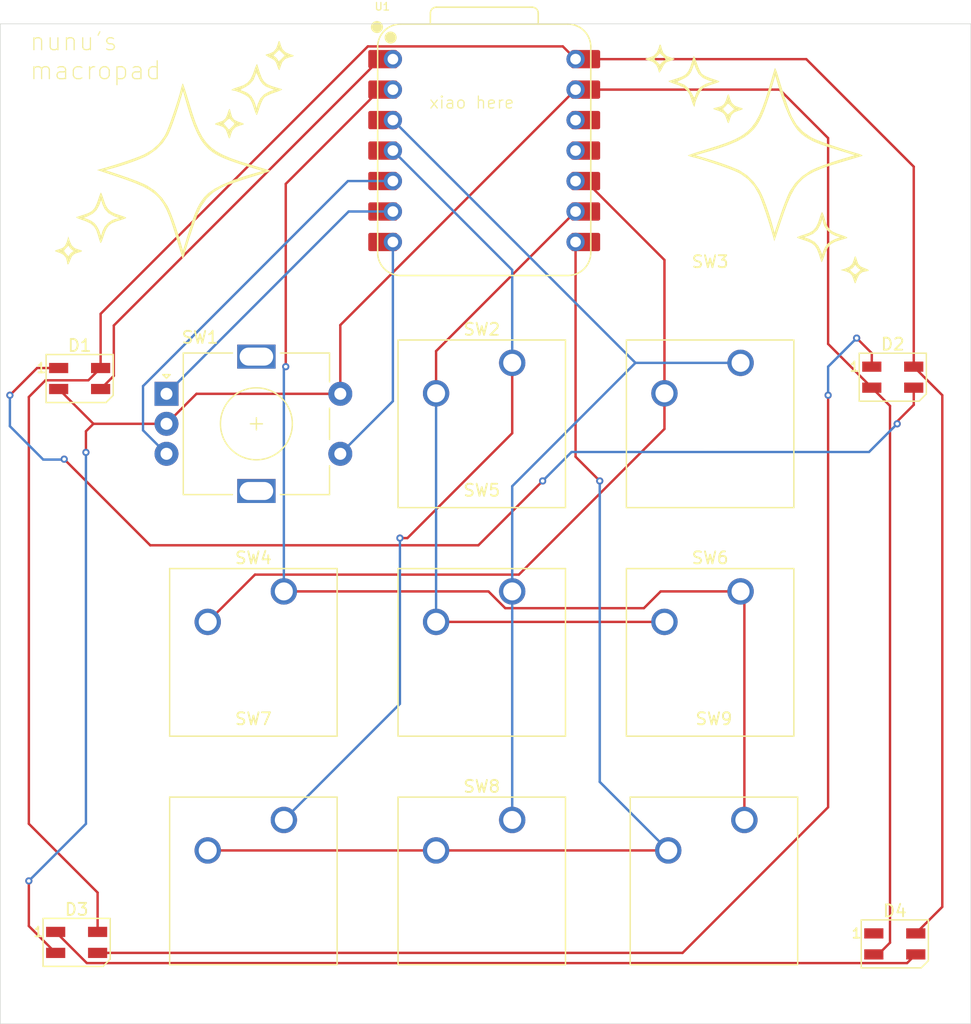
<source format=kicad_pcb>
(kicad_pcb (version 20240108) (generator "pcbnew") (generator_version "8.0")
  (layers (0 "F.Cu" signal) (31 "B.Cu" signal) (34 "B.Paste" user) (35 "F.Paste" user) (36 "B.SilkS" user "B.Silkscreen") (37 "F.SilkS" user "F.Silkscreen") (38 "B.Mask" user) (39 "F.Mask" user) (44 "Edge.Cuts" user))
  (net 0 "")
  (net 1 "+5V")
  (net 2 "Net-(D1-DIN)")
  (net 3 "GND")
  (net 4 "Net-(D1-DOUT)")
  (net 5 "Net-(D2-DOUT)")
  (net 6 "Net-(D3-DOUT)")
  (net 7 "unconnected-(D4-DOUT-Pad1)")
  (net 8 "Net-(U1-GPIO0{slash}TX)")
  (net 9 "Net-(U1-GPIO6{slash}SDA)")
  (net 10 "Net-(U1-GPIO7{slash}SCL)")
  (net 11 "Net-(U1-GPIO29{slash}ADC3{slash}A3)")
  (net 12 "Net-(U1-GPIO2{slash}SCK)")
  (net 13 "Net-(U1-GPIO4{slash}MISO)")
  (net 14 "Net-(U1-GPIO28{slash}ADC2{slash}A2)")
  (net 15 "Net-(U1-GPIO27{slash}ADC1{slash}A1)")
  (net 16 "Net-(U1-GPIO1{slash}RX)")
  (footprint "LED_SMD:LED_SK6812MINI_PLCC4_3.5x3.5mm_P1.75mm" (layer "F.Cu") (at 104.25 101)
    (property "Reference" "D1" (at 0 -2.75 0) (layer "F.SilkS"))
    (property "Value" "SK6812MINI")
    (fp_text user "1" (at -3.2 -0.875 0) (layer "F.SilkS") (effects (font (size 0.8 0.8))))
    (pad "1" smd rect (at -1.75 -0.875) (size 1.6 0.85) (layers "F.Cu" "F.Paste" "F.Mask") (net 4 "Net-(D1-DOUT)"))
    (pad "2" smd rect (at -1.75 0.875) (size 1.6 0.85) (layers "F.Cu" "F.Paste" "F.Mask") (net 3 "GND"))
    (pad "3" smd rect (at 1.75 0.875) (size 1.6 0.85) (layers "F.Cu" "F.Paste" "F.Mask") (net 2 "Net-(D1-DIN)"))
    (pad "4" smd rect (at 1.75 -0.875) (size 1.6 0.85) (layers "F.Cu" "F.Paste" "F.Mask") (net 1 "+5V"))
  )
  (footprint "LED_SMD:LED_SK6812MINI_PLCC4_3.5x3.5mm_P1.75mm" (layer "F.Cu") (at 172.08125 100.8875)
    (property "Reference" "D2" (at 0 -2.75 0) (layer "F.SilkS"))
    (property "Value" "SK6812MINI")
    (fp_text user "1" (at -3.2 -0.875 0) (layer "F.SilkS") (effects (font (size 0.8 0.8))))
    (pad "1" smd rect (at -1.75 -0.875) (size 1.6 0.85) (layers "F.Cu" "F.Paste" "F.Mask") (net 5 "Net-(D2-DOUT)"))
    (pad "2" smd rect (at -1.75 0.875) (size 1.6 0.85) (layers "F.Cu" "F.Paste" "F.Mask") (net 3 "GND"))
    (pad "3" smd rect (at 1.75 0.875) (size 1.6 0.85) (layers "F.Cu" "F.Paste" "F.Mask") (net 4 "Net-(D1-DOUT)"))
    (pad "4" smd rect (at 1.75 -0.875) (size 1.6 0.85) (layers "F.Cu" "F.Paste" "F.Mask") (net 1 "+5V"))
  )
  (footprint "Button_Switch_Keyboard:SW_Cherry_MX_1.00u_PCB" (layer "F.Cu") (at 140.335 118.745)
    (property "Reference" "SW5" (at -2.54 -8.42875 0) (layer "F.SilkS"))
    (property "Value" "SW_Push")
    (pad "" np_thru_hole circle (at -7.62 5.08) (size 1.7 1.7) (drill 1.7) (layers "*.Cu" "*.Mask"))
    (pad "" np_thru_hole circle (at -2.54 5.08) (size 4 4) (drill 4) (layers "*.Cu" "*.Mask"))
    (pad "" np_thru_hole circle (at 2.54 5.08) (size 1.7 1.7) (drill 1.7) (layers "*.Cu" "*.Mask"))
    (pad "1" thru_hole circle (at 0 0) (size 2.2 2.2) (drill 1.5) (layers "*.Cu" "*.Mask") (net 14 "Net-(U1-GPIO28{slash}ADC2{slash}A2)"))
    (pad "2" thru_hole circle (at -6.35 2.54) (size 2.2 2.2) (drill 1.5) (layers "*.Cu" "*.Mask") (net 12 "Net-(U1-GPIO2{slash}SCK)"))
  )
  (footprint "Button_Switch_Keyboard:SW_Cherry_MX_1.00u_PCB" (layer "F.Cu") (at 140.335 137.795)
    (property "Reference" "SW8" (at -2.54 -2.794 0) (layer "F.SilkS"))
    (property "Value" "SW_Push")
    (pad "" np_thru_hole circle (at -7.62 5.08) (size 1.7 1.7) (drill 1.7) (layers "*.Cu" "*.Mask"))
    (pad "" np_thru_hole circle (at -2.54 5.08) (size 4 4) (drill 4) (layers "*.Cu" "*.Mask"))
    (pad "" np_thru_hole circle (at 2.54 5.08) (size 1.7 1.7) (drill 1.7) (layers "*.Cu" "*.Mask"))
    (pad "1" thru_hole circle (at 0 0) (size 2.2 2.2) (drill 1.5) (layers "*.Cu" "*.Mask") (net 14 "Net-(U1-GPIO28{slash}ADC2{slash}A2)"))
    (pad "2" thru_hole circle (at -6.35 2.54) (size 2.2 2.2) (drill 1.5) (layers "*.Cu" "*.Mask") (net 16 "Net-(U1-GPIO1{slash}RX)"))
  )
  (footprint "LED_SMD:LED_SK6812MINI_PLCC4_3.5x3.5mm_P1.75mm" (layer "F.Cu") (at 172.25 148.125)
    (property "Reference" "D4" (at 0 -2.75 0) (layer "F.SilkS"))
    (property "Value" "SK6812MINI")
    (fp_text user "1" (at -3.2 -0.875 0) (layer "F.SilkS") (effects (font (size 0.8 0.8))))
    (pad "1" smd rect (at -1.75 -0.875) (size 1.6 0.85) (layers "F.Cu" "F.Paste" "F.Mask") (net 7 "unconnected-(D4-DOUT-Pad1)"))
    (pad "2" smd rect (at -1.75 0.875) (size 1.6 0.85) (layers "F.Cu" "F.Paste" "F.Mask") (net 3 "GND"))
    (pad "3" smd rect (at 1.75 0.875) (size 1.6 0.85) (layers "F.Cu" "F.Paste" "F.Mask") (net 6 "Net-(D3-DOUT)"))
    (pad "4" smd rect (at 1.75 -0.875) (size 1.6 0.85) (layers "F.Cu" "F.Paste" "F.Mask") (net 1 "+5V"))
  )
  (footprint "LOGO" (layer "F.Cu") (at 161.925 83.34375)
    (property "Reference" "G***" (hide yes))
    (property "Value" "LOGO" (hide yes))
  )
  (footprint "Button_Switch_Keyboard:SW_Cherry_MX_1.00u_PCB" (layer "F.Cu") (at 121.285 118.745)
    (property "Reference" "SW4" (at -2.54 -2.794 0) (layer "F.SilkS"))
    (property "Value" "SW_Push")
    (pad "" np_thru_hole circle (at -7.62 5.08) (size 1.7 1.7) (drill 1.7) (layers "*.Cu" "*.Mask"))
    (pad "" np_thru_hole circle (at -2.54 5.08) (size 4 4) (drill 4) (layers "*.Cu" "*.Mask"))
    (pad "" np_thru_hole circle (at 2.54 5.08) (size 1.7 1.7) (drill 1.7) (layers "*.Cu" "*.Mask"))
    (pad "1" thru_hole circle (at 0 0) (size 2.2 2.2) (drill 1.5) (layers "*.Cu" "*.Mask") (net 15 "Net-(U1-GPIO27{slash}ADC1{slash}A1)"))
    (pad "2" thru_hole circle (at -6.35 2.54) (size 2.2 2.2) (drill 1.5) (layers "*.Cu" "*.Mask") (net 13 "Net-(U1-GPIO4{slash}MISO)"))
  )
  (footprint "Button_Switch_Keyboard:SW_Cherry_MX_1.00u_PCB" (layer "F.Cu") (at 159.7025 137.795)
    (property "Reference" "SW9" (at -2.54 -8.42875 0) (layer "F.SilkS"))
    (property "Value" "SW_Push")
    (pad "" np_thru_hole circle (at -7.62 5.08) (size 1.7 1.7) (drill 1.7) (layers "*.Cu" "*.Mask"))
    (pad "" np_thru_hole circle (at -2.54 5.08) (size 4 4) (drill 4) (layers "*.Cu" "*.Mask"))
    (pad "" np_thru_hole circle (at 2.54 5.08) (size 1.7 1.7) (drill 1.7) (layers "*.Cu" "*.Mask"))
    (pad "1" thru_hole circle (at 0 0) (size 2.2 2.2) (drill 1.5) (layers "*.Cu" "*.Mask") (net 15 "Net-(U1-GPIO27{slash}ADC1{slash}A1)"))
    (pad "2" thru_hole circle (at -6.35 2.54) (size 2.2 2.2) (drill 1.5) (layers "*.Cu" "*.Mask") (net 16 "Net-(U1-GPIO1{slash}RX)"))
  )
  (footprint "Rotary_Encoder:RotaryEncoder_Alps_EC11E-Switch_Vertical_H20mm" (layer "F.Cu") (at 111.495 102.275)
    (property "Reference" "SW1" (at 2.8 -4.7 0) (layer "F.SilkS"))
    (property "Value" "RotaryEncoder_Switch")
    (pad "A" thru_hole rect (at 0 0) (size 2 2) (drill 1) (layers "*.Cu" "*.Mask") (net 10 "Net-(U1-GPIO7{slash}SCL)"))
    (pad "B" thru_hole circle (at 0 5) (size 2 2) (drill 1) (layers "*.Cu" "*.Mask") (net 9 "Net-(U1-GPIO6{slash}SDA)"))
    (pad "C" thru_hole circle (at 0 2.5) (size 2 2) (drill 1) (layers "*.Cu" "*.Mask") (net 3 "GND"))
    (pad "MP" thru_hole rect (at 7.5 -3.1) (size 3.2 2) (drill oval 2.8 1.5) (layers "*.Cu" "*.Mask"))
    (pad "MP" thru_hole rect (at 7.5 8.1) (size 3.2 2) (drill oval 2.8 1.5) (layers "*.Cu" "*.Mask"))
    (pad "S1" thru_hole circle (at 14.5 5) (size 2 2) (drill 1) (layers "*.Cu" "*.Mask") (net 8 "Net-(U1-GPIO0{slash}TX)"))
    (pad "S2" thru_hole circle (at 14.5 0) (size 2 2) (drill 1) (layers "*.Cu" "*.Mask") (net 3 "GND"))
  )
  (footprint "Button_Switch_Keyboard:SW_Cherry_MX_1.00u_PCB" (layer "F.Cu") (at 121.285 137.795)
    (property "Reference" "SW7" (at -2.54 -8.42875 0) (layer "F.SilkS"))
    (property "Value" "SW_Push")
    (pad "" np_thru_hole circle (at -7.62 5.08) (size 1.7 1.7) (drill 1.7) (layers "*.Cu" "*.Mask"))
    (pad "" np_thru_hole circle (at -2.54 5.08) (size 4 4) (drill 4) (layers "*.Cu" "*.Mask"))
    (pad "" np_thru_hole circle (at 2.54 5.08) (size 1.7 1.7) (drill 1.7) (layers "*.Cu" "*.Mask"))
    (pad "1" thru_hole circle (at 0 0) (size 2.2 2.2) (drill 1.5) (layers "*.Cu" "*.Mask") (net 11 "Net-(U1-GPIO29{slash}ADC3{slash}A3)"))
    (pad "2" thru_hole circle (at -6.35 2.54) (size 2.2 2.2) (drill 1.5) (layers "*.Cu" "*.Mask") (net 16 "Net-(U1-GPIO1{slash}RX)"))
  )
  (footprint "Button_Switch_Keyboard:SW_Cherry_MX_1.00u_PCB" (layer "F.Cu") (at 140.335 99.695)
    (property "Reference" "SW2" (at -2.54 -2.794 0) (layer "F.SilkS"))
    (property "Value" "SW_Push")
    (pad "" np_thru_hole circle (at -7.62 5.08) (size 1.7 1.7) (drill 1.7) (layers "*.Cu" "*.Mask"))
    (pad "" np_thru_hole circle (at -2.54 5.08) (size 4 4) (drill 4) (layers "*.Cu" "*.Mask"))
    (pad "" np_thru_hole circle (at 2.54 5.08) (size 1.7 1.7) (drill 1.7) (layers "*.Cu" "*.Mask"))
    (pad "1" thru_hole circle (at 0 0) (size 2.2 2.2) (drill 1.5) (layers "*.Cu" "*.Mask") (net 11 "Net-(U1-GPIO29{slash}ADC3{slash}A3)"))
    (pad "2" thru_hole circle (at -6.35 2.54) (size 2.2 2.2) (drill 1.5) (layers "*.Cu" "*.Mask") (net 12 "Net-(U1-GPIO2{slash}SCK)"))
  )
  (footprint "Button_Switch_Keyboard:SW_Cherry_MX_1.00u_PCB" (layer "F.Cu") (at 159.385 118.745)
    (property "Reference" "SW6" (at -2.54 -2.794 0) (layer "F.SilkS"))
    (property "Value" "SW_Push")
    (pad "" np_thru_hole circle (at -7.62 5.08) (size 1.7 1.7) (drill 1.7) (layers "*.Cu" "*.Mask"))
    (pad "" np_thru_hole circle (at -2.54 5.08) (size 4 4) (drill 4) (layers "*.Cu" "*.Mask"))
    (pad "" np_thru_hole circle (at 2.54 5.08) (size 1.7 1.7) (drill 1.7) (layers "*.Cu" "*.Mask"))
    (pad "1" thru_hole circle (at 0 0) (size 2.2 2.2) (drill 1.5) (layers "*.Cu" "*.Mask") (net 15 "Net-(U1-GPIO27{slash}ADC1{slash}A1)"))
    (pad "2" thru_hole circle (at -6.35 2.54) (size 2.2 2.2) (drill 1.5) (layers "*.Cu" "*.Mask") (net 12 "Net-(U1-GPIO2{slash}SCK)"))
  )
  (footprint "LED_SMD:LED_SK6812MINI_PLCC4_3.5x3.5mm_P1.75mm" (layer "F.Cu") (at 104 148)
    (property "Reference" "D3" (at 0 -2.75 0) (layer "F.SilkS"))
    (property "Value" "SK6812MINI")
    (fp_text user "1" (at -3.2 -0.875 0) (layer "F.SilkS") (effects (font (size 0.8 0.8))))
    (pad "1" smd rect (at -1.75 -0.875) (size 1.6 0.85) (layers "F.Cu" "F.Paste" "F.Mask") (net 6 "Net-(D3-DOUT)"))
    (pad "2" smd rect (at -1.75 0.875) (size 1.6 0.85) (layers "F.Cu" "F.Paste" "F.Mask") (net 3 "GND"))
    (pad "3" smd rect (at 1.75 0.875) (size 1.6 0.85) (layers "F.Cu" "F.Paste" "F.Mask") (net 5 "Net-(D2-DOUT)"))
    (pad "4" smd rect (at 1.75 -0.875) (size 1.6 0.85) (layers "F.Cu" "F.Paste" "F.Mask") (net 1 "+5V"))
  )
  (footprint "LOGO" (layer "F.Cu") (at 111.91875 83.34375 -90)
    (property "Reference" "G***" (hide yes))
    (property "Value" "LOGO" (hide yes))
  )
  (footprint "Seeed Studio XIAO Series Library:XIAO-RP2040-DIP" (layer "F.Cu") (at 138 82)
    (property "Reference" "U1" (at -8.5 -12 0) (layer "F.SilkS") (effects (font (size 0.635 0.635) (thickness 0.1016))))
    (property "Value" "XIAO-RP2040-DIP")
    (pad "1" smd roundrect (at -8.455 -7.62 180) (size 2.432 1.524) (layers "F.Cu" "F.Mask") (roundrect_rratio 0.1) (net 2 "Net-(D1-DIN)"))
    (pad "1" thru_hole circle (at -7.62 -7.62 180) (size 1.524 1.524) (drill 0.889) (layers "*.Cu" "*.Mask") (net 2 "Net-(D1-DIN)"))
    (pad "2" smd roundrect (at -8.455 -5.08 180) (size 2.432 1.524) (layers "F.Cu" "F.Mask") (roundrect_rratio 0.1) (net 15 "Net-(U1-GPIO27{slash}ADC1{slash}A1)"))
    (pad "2" thru_hole circle (at -7.62 -5.08 180) (size 1.524 1.524) (drill 0.889) (layers "*.Cu" "*.Mask") (net 15 "Net-(U1-GPIO27{slash}ADC1{slash}A1)"))
    (pad "3" smd roundrect (at -8.455 -2.54 180) (size 2.432 1.524) (layers "F.Cu" "F.Mask") (roundrect_rratio 0.1) (net 14 "Net-(U1-GPIO28{slash}ADC2{slash}A2)"))
    (pad "3" thru_hole circle (at -7.62 -2.54 180) (size 1.524 1.524) (drill 0.889) (layers "*.Cu" "*.Mask") (net 14 "Net-(U1-GPIO28{slash}ADC2{slash}A2)"))
    (pad "4" smd roundrect (at -8.455 0 180) (size 2.432 1.524) (layers "F.Cu" "F.Mask") (roundrect_rratio 0.1) (net 11 "Net-(U1-GPIO29{slash}ADC3{slash}A3)"))
    (pad "4" thru_hole circle (at -7.62 0 180) (size 1.524 1.524) (drill 0.889) (layers "*.Cu" "*.Mask") (net 11 "Net-(U1-GPIO29{slash}ADC3{slash}A3)"))
    (pad "5" smd roundrect (at -8.455 2.54 180) (size 2.432 1.524) (layers "F.Cu" "F.Mask") (roundrect_rratio 0.1) (net 9 "Net-(U1-GPIO6{slash}SDA)"))
    (pad "5" thru_hole circle (at -7.62 2.54 180) (size 1.524 1.524) (drill 0.889) (layers "*.Cu" "*.Mask") (net 9 "Net-(U1-GPIO6{slash}SDA)"))
    (pad "6" smd roundrect (at -8.455 5.08 180) (size 2.432 1.524) (layers "F.Cu" "F.Mask") (roundrect_rratio 0.1) (net 10 "Net-(U1-GPIO7{slash}SCL)"))
    (pad "6" thru_hole circle (at -7.62 5.08 180) (size 1.524 1.524) (drill 0.889) (layers "*.Cu" "*.Mask") (net 10 "Net-(U1-GPIO7{slash}SCL)"))
    (pad "7" smd roundrect (at -8.455 7.62 180) (size 2.432 1.524) (layers "F.Cu" "F.Mask") (roundrect_rratio 0.1) (net 8 "Net-(U1-GPIO0{slash}TX)"))
    (pad "7" thru_hole circle (at -7.62 7.62 180) (size 1.524 1.524) (drill 0.889) (layers "*.Cu" "*.Mask") (net 8 "Net-(U1-GPIO0{slash}TX)"))
    (pad "8" thru_hole circle (at 7.62 7.62) (size 1.524 1.524) (drill 0.889) (layers "*.Cu" "*.Mask") (net 16 "Net-(U1-GPIO1{slash}RX)"))
    (pad "8" smd roundrect (at 8.455 7.62) (size 2.432 1.524) (layers "F.Cu" "F.Mask") (roundrect_rratio 0.1) (net 16 "Net-(U1-GPIO1{slash}RX)"))
    (pad "9" thru_hole circle (at 7.62 5.08) (size 1.524 1.524) (drill 0.889) (layers "*.Cu" "*.Mask") (net 12 "Net-(U1-GPIO2{slash}SCK)"))
    (pad "9" smd roundrect (at 8.455 5.08) (size 2.432 1.524) (layers "F.Cu" "F.Mask") (roundrect_rratio 0.1) (net 12 "Net-(U1-GPIO2{slash}SCK)"))
    (pad "10" thru_hole circle (at 7.62 2.54) (size 1.524 1.524) (drill 0.889) (layers "*.Cu" "*.Mask") (net 13 "Net-(U1-GPIO4{slash}MISO)"))
    (pad "10" smd roundrect (at 8.455 2.54) (size 2.432 1.524) (layers "F.Cu" "F.Mask") (roundrect_rratio 0.1) (net 13 "Net-(U1-GPIO4{slash}MISO)"))
    (pad "11" thru_hole circle (at 7.62 0) (size 1.524 1.524) (drill 0.889) (layers "*.Cu" "*.Mask"))
    (pad "11" smd roundrect (at 8.455 0) (size 2.432 1.524) (layers "F.Cu" "F.Mask") (roundrect_rratio 0.1))
    (pad "12" thru_hole circle (at 7.62 -2.54) (size 1.524 1.524) (drill 0.889) (layers "*.Cu" "*.Mask"))
    (pad "12" smd roundrect (at 8.455 -2.54) (size 2.432 1.524) (layers "F.Cu" "F.Mask") (roundrect_rratio 0.1))
    (pad "13" thru_hole circle (at 7.62 -5.08) (size 1.524 1.524) (drill 0.889) (layers "*.Cu" "*.Mask") (net 3 "GND"))
    (pad "13" smd roundrect (at 8.455 -5.08) (size 2.432 1.524) (layers "F.Cu" "F.Mask") (roundrect_rratio 0.1) (net 3 "GND"))
    (pad "14" thru_hole circle (at 7.62 -7.62) (size 1.524 1.524) (drill 0.889) (layers "*.Cu" "*.Mask") (net 1 "+5V"))
    (pad "14" smd roundrect (at 8.455 -7.62) (size 2.432 1.524) (layers "F.Cu" "F.Mask") (roundrect_rratio 0.1) (net 1 "+5V"))
  )
  (footprint "Button_Switch_Keyboard:SW_Cherry_MX_1.00u_PCB" (layer "F.Cu") (at 159.385 99.695)
    (property "Reference" "SW3" (at -2.54 -8.42875 0) (layer "F.SilkS"))
    (property "Value" "SW_Push")
    (pad "" np_thru_hole circle (at -7.62 5.08) (size 1.7 1.7) (drill 1.7) (layers "*.Cu" "*.Mask"))
    (pad "" np_thru_hole circle (at -2.54 5.08) (size 4 4) (drill 4) (layers "*.Cu" "*.Mask"))
    (pad "" np_thru_hole circle (at 2.54 5.08) (size 1.7 1.7) (drill 1.7) (layers "*.Cu" "*.Mask"))
    (pad "1" thru_hole circle (at 0 0) (size 2.2 2.2) (drill 1.5) (layers "*.Cu" "*.Mask") (net 14 "Net-(U1-GPIO28{slash}ADC2{slash}A2)"))
    (pad "2" thru_hole circle (at -6.35 2.54) (size 2.2 2.2) (drill 1.5) (layers "*.Cu" "*.Mask") (net 13 "Net-(U1-GPIO4{slash}MISO)"))
  )
  (gr_rect (start 97.63125 71.4375) (end 178.59375 154.78125) (stroke (width 0.05)) (fill none) (layer "Edge.Cuts"))
  (gr_text "nunu's\nmacropad" (at 100.0125 76.2 0) (layer "F.SilkS") (effects (font (size 1.5 1.5) (thickness 0.1)) (justify left bottom)))
  (gr_text "xiao here" (at 133.35 78.58125 0) (layer "F.SilkS") (effects (font (size 1 1) (thickness 0.1)) (justify left bottom)))
  (segment (start 144.558 73.318) (end 145.62 74.38) (width 0.2) (layer "F.Cu") (net 1))
  (segment (start 176.2125 102.39375) (end 173.83125 100.0125) (width 0.2) (layer "F.Cu") (net 1))
  (segment (start 106 100.125) (end 106 95.607786) (width 0.2) (layer "F.Cu") (net 1))
  (segment (start 164.8675 74.38) (end 145.62 74.38) (width 0.2) (layer "F.Cu") (net 1))
  (segment (start 105.75 147.125) (end 105.75 143.85) (width 0.2) (layer "F.Cu") (net 1))
  (segment (start 106 100.125) (end 104.975 101.15) (width 0.2) (layer "F.Cu") (net 1))
  (segment (start 104.975 101.15) (end 101.4 101.15) (width 0.2) (layer "F.Cu") (net 1))
  (segment (start 101.4 101.15) (end 100.0125 102.5375) (width 0.2) (layer "F.Cu") (net 1))
  (segment (start 173.83125 83.34375) (end 164.8675 74.38) (width 0.2) (layer "F.Cu") (net 1))
  (segment (start 105.75 143.85) (end 100.0125 138.1125) (width 0.2) (layer "F.Cu") (net 1))
  (segment (start 128.289786 73.318) (end 144.558 73.318) (width 0.2) (layer "F.Cu") (net 1))
  (segment (start 106 95.607786) (end 128.289786 73.318) (width 0.2) (layer "F.Cu") (net 1))
  (segment (start 174 147.25) (end 176.2125 145.0375) (width 0.2) (layer "F.Cu") (net 1))
  (segment (start 176.2125 145.0375) (end 176.2125 102.39375) (width 0.2) (layer "F.Cu") (net 1))
  (segment (start 100.0125 102.5375) (end 100.0125 138.1125) (width 0.2) (layer "F.Cu") (net 1))
  (segment (start 173.83125 100.0125) (end 173.83125 83.34375) (width 0.2) (layer "F.Cu") (net 1))
  (segment (start 129.30237 74.38) (end 107.1 96.58237) (width 0.2) (layer "F.Cu") (net 2))
  (segment (start 107.1 100.775) (end 106 101.875) (width 0.2) (layer "F.Cu") (net 2))
  (segment (start 130.38 74.38) (end 129.30237 74.38) (width 0.2) (layer "F.Cu") (net 2))
  (segment (start 107.1 96.58237) (end 107.1 100.775) (width 0.2) (layer "F.Cu") (net 2))
  (segment (start 104.775 105.4) (end 105.4 104.775) (width 0.2) (layer "F.Cu") (net 3))
  (segment (start 145.62 76.92) (end 125.995 96.545) (width 0.2) (layer "F.Cu") (net 3))
  (segment (start 171.85 148.025) (end 171.85 103.28125) (width 0.2) (layer "F.Cu") (net 3))
  (segment (start 166.6875 80.9625) (end 166.6875 98.11875) (width 0.2) (layer "F.Cu") (net 3))
  (segment (start 113.995 102.275) (end 111.495 104.775) (width 0.2) (layer "F.Cu") (net 3))
  (segment (start 170.5 149) (end 170.875 149) (width 0.2) (layer "F.Cu") (net 3))
  (segment (start 104.775 107.15625) (end 104.775 105.4) (width 0.2) (layer "F.Cu") (net 3))
  (segment (start 125.995 96.545) (end 125.995 102.275) (width 0.2) (layer "F.Cu") (net 3))
  (segment (start 125.995 102.275) (end 113.995 102.275) (width 0.2) (layer "F.Cu") (net 3))
  (segment (start 171.85 103.28125) (end 170.33125 101.7625) (width 0.2) (layer "F.Cu") (net 3))
  (segment (start 166.6875 98.11875) (end 170.33125 101.7625) (width 0.2) (layer "F.Cu") (net 3))
  (segment (start 102.25 148.875) (end 100.0125 146.6375) (width 0.2) (layer "F.Cu") (net 3))
  (segment (start 145.62 76.92) (end 162.645 76.92) (width 0.2) (layer "F.Cu") (net 3))
  (segment (start 162.645 76.92) (end 166.6875 80.9625) (width 0.2) (layer "F.Cu") (net 3))
  (segment (start 105.4 104.775) (end 102.5 101.875) (width 0.2) (layer "F.Cu") (net 3))
  (segment (start 100.0125 146.6375) (end 100.0125 142.875) (width 0.2) (layer "F.Cu") (net 3))
  (segment (start 111.495 104.775) (end 105.4 104.775) (width 0.2) (layer "F.Cu") (net 3))
  (segment (start 170.875 149) (end 171.85 148.025) (width 0.2) (layer "F.Cu") (net 3))
  (via (at 100.0125 142.875) (size 0.6) (drill 0.3) (layers "F.Cu" "B.Cu") (net 3))
  (via (at 104.775 107.15625) (size 0.6) (drill 0.3) (layers "F.Cu" "B.Cu") (net 3))
  (segment (start 104.775 138.1125) (end 104.775 107.15625) (width 0.2) (layer "B.Cu") (net 3))
  (segment (start 100.0125 142.875) (end 104.775 138.1125) (width 0.2) (layer "B.Cu") (net 3))
  (segment (start 172.25 104.775) (end 172.45 104.775) (width 0.2) (layer "F.Cu") (net 4))
  (segment (start 173.83125 103.19375) (end 172.25 104.775) (width 0.2) (layer "F.Cu") (net 4))
  (segment (start 98.43125 102.39375) (end 100.7 100.125) (width 0.2) (layer "F.Cu") (net 4))
  (segment (start 173.83125 101.7625) (end 173.83125 103.19375) (width 0.2) (layer "F.Cu") (net 4))
  (segment (start 137.5125 114.9) (end 110.1375 114.9) (width 0.2) (layer "F.Cu") (net 4))
  (segment (start 142.875 109.5375) (end 137.5125 114.9) (width 0.2) (layer "F.Cu") (net 4))
  (segment (start 100.7 100.125) (end 102.5 100.125) (width 0.2) (layer "F.Cu") (net 4))
  (segment (start 110.1375 114.9) (end 102.959437 107.721937) (width 0.2) (layer "F.Cu") (net 4))
  (via (at 98.43125 102.39375) (size 0.6) (drill 0.3) (layers "F.Cu" "B.Cu") (net 4))
  (via (at 142.875 109.5375) (size 0.6) (drill 0.3) (layers "F.Cu" "B.Cu") (net 4))
  (via (at 172.45 104.775) (size 0.6) (drill 0.3) (layers "F.Cu" "B.Cu") (net 4))
  (via (at 102.959437 107.721937) (size 0.6) (drill 0.3) (layers "F.Cu" "B.Cu") (net 4))
  (segment (start 170.1 107.125) (end 145.2875 107.125) (width 0.2) (layer "B.Cu") (net 4))
  (segment (start 102.959437 107.721937) (end 102.925124 107.75625) (width 0.2) (layer "B.Cu") (net 4))
  (segment (start 98.43125 104.975) (end 98.43125 102.39375) (width 0.2) (layer "B.Cu") (net 4))
  (segment (start 102.925124 107.75625) (end 101.2125 107.75625) (width 0.2) (layer "B.Cu") (net 4))
  (segment (start 172.45 104.775) (end 170.1 107.125) (width 0.2) (layer "B.Cu") (net 4))
  (segment (start 101.2125 107.75625) (end 98.43125 104.975) (width 0.2) (layer "B.Cu") (net 4))
  (segment (start 145.2875 107.125) (end 142.875 109.5375) (width 0.2) (layer "B.Cu") (net 4))
  (segment (start 169.06875 97.63125) (end 170.33125 98.89375) (width 0.2) (layer "F.Cu") (net 5))
  (segment (start 105.75 148.875) (end 154.545444 148.875) (width 0.2) (layer "F.Cu") (net 5))
  (segment (start 166.6875 136.732944) (end 166.6875 102.39375) (width 0.2) (layer "F.Cu") (net 5))
  (segment (start 170.33125 98.89375) (end 170.33125 100.0125) (width 0.2) (layer "F.Cu") (net 5))
  (segment (start 154.545444 148.875) (end 166.6875 136.732944) (width 0.2) (layer "F.Cu") (net 5))
  (via (at 166.6875 102.39375) (size 0.6) (drill 0.3) (layers "F.Cu" "B.Cu") (net 5))
  (via (at 169.06875 97.63125) (size 0.6) (drill 0.3) (layers "F.Cu" "B.Cu") (net 5))
  (segment (start 166.6875 100.0125) (end 169.06875 97.63125) (width 0.2) (layer "B.Cu") (net 5))
  (segment (start 166.6875 102.39375) (end 166.6875 100.0125) (width 0.2) (layer "B.Cu") (net 5))
  (segment (start 174 149) (end 173.275 149.725) (width 0.2) (layer "F.Cu") (net 6))
  (segment (start 104.85 149.725) (end 102.25 147.125) (width 0.2) (layer "F.Cu") (net 6))
  (segment (start 173.275 149.725) (end 104.85 149.725) (width 0.2) (layer "F.Cu") (net 6))
  (segment (start 170.5 147.25) (end 171.0625 147.25) (width 0.2) (layer "F.Cu") (net 7))
  (segment (start 130.38 102.89) (end 125.995 107.275) (width 0.2) (layer "B.Cu") (net 8))
  (segment (start 130.38 89.62) (end 130.38 102.89) (width 0.2) (layer "B.Cu") (net 8))
  (segment (start 126.63 84.54) (end 109.5375 101.6325) (width 0.2) (layer "B.Cu") (net 9))
  (segment (start 130.38 84.54) (end 126.63 84.54) (width 0.2) (layer "B.Cu") (net 9))
  (segment (start 109.5375 101.6325) (end 109.5375 105.3175) (width 0.2) (layer "B.Cu") (net 9))
  (segment (start 109.5375 105.3175) (end 111.495 107.275) (width 0.2) (layer "B.Cu") (net 9))
  (segment (start 130.38 87.08) (end 126.69 87.08) (width 0.2) (layer "B.Cu") (net 10))
  (segment (start 126.69 87.08) (end 111.495 102.275) (width 0.2) (layer "B.Cu") (net 10))
  (segment (start 140.335 99.695) (end 140.335 105.558402) (width 0.2) (layer "F.Cu") (net 11))
  (segment (start 131.593402 114.3) (end 130.96875 114.3) (width 0.2) (layer "F.Cu") (net 11))
  (segment (start 140.335 105.558402) (end 131.593402 114.3) (width 0.2) (layer "F.Cu") (net 11))
  (via (at 130.96875 114.3) (size 0.6) (drill 0.3) (layers "F.Cu" "B.Cu") (net 11))
  (segment (start 130.96875 114.3) (end 130.96875 128.11125) (width 0.2) (layer "B.Cu") (net 11))
  (segment (start 140.335 91.955) (end 140.335 99.695) (width 0.2) (layer "B.Cu") (net 11))
  (segment (start 130.96875 128.11125) (end 121.285 137.795) (width 0.2) (layer "B.Cu") (net 11))
  (segment (start 130.38 82) (end 140.335 91.955) (width 0.2) (layer "B.Cu") (net 11))
  (segment (start 145.62 87.08) (end 133.985 98.715) (width 0.2) (layer "F.Cu") (net 12))
  (segment (start 133.985 121.285) (end 153.035 121.285) (width 0.2) (layer "F.Cu") (net 12))
  (segment (start 133.985 98.715) (end 133.985 102.235) (width 0.2) (layer "F.Cu") (net 12))
  (segment (start 133.985 121.285) (end 133.985 102.235) (width 0.2) (layer "B.Cu") (net 12))
  (segment (start 153.035 91.12) (end 146.455 84.54) (width 0.2) (layer "F.Cu") (net 13))
  (segment (start 118.875 117.345) (end 114.935 121.285) (width 0.2) (layer "F.Cu") (net 13))
  (segment (start 153.035 102.235) (end 153.035 105.202056) (width 0.2) (layer "F.Cu") (net 13))
  (segment (start 153.035 102.235) (end 153.035 91.12) (width 0.2) (layer "F.Cu") (net 13))
  (segment (start 153.035 105.202056) (end 140.892056 117.345) (width 0.2) (layer "F.Cu") (net 13))
  (segment (start 140.892056 117.345) (end 118.875 117.345) (width 0.2) (layer "F.Cu") (net 13))
  (segment (start 140.335 118.745) (end 140.335 137.795) (width 0.2) (layer "B.Cu") (net 14))
  (segment (start 140.335 118.745) (end 140.335 109.975) (width 0.2) (layer "B.Cu") (net 14))
  (segment (start 130.38 79.46) (end 150.615 99.695) (width 0.2) (layer "B.Cu") (net 14))
  (segment (start 140.335 109.975) (end 150.615 99.695) (width 0.2) (layer "B.Cu") (net 14))
  (segment (start 159.385 99.695) (end 150.615 99.695) (width 0.2) (layer "B.Cu") (net 14))
  (segment (start 130.38 76.92) (end 129.30237 76.92) (width 0.2) (layer "F.Cu") (net 15))
  (segment (start 159.7025 119.0625) (end 159.385 118.745) (width 0.2) (layer "F.Cu") (net 15))
  (segment (start 152.7175 118.745) (end 159.385 118.745) (width 0.2) (layer "F.Cu") (net 15))
  (segment (start 129.30237 76.92) (end 121.44375 84.77862) (width 0.2) (layer "F.Cu") (net 15))
  (segment (start 139.755101 120.145) (end 151.3175 120.145) (width 0.2) (layer "F.Cu") (net 15))
  (segment (start 138.355101 118.745) (end 139.755101 120.145) (width 0.2) (layer "F.Cu") (net 15))
  (segment (start 121.285 118.745) (end 138.355101 118.745) (width 0.2) (layer "F.Cu") (net 15))
  (segment (start 121.44375 84.77862) (end 121.44375 100.0125) (width 0.2) (layer "F.Cu") (net 15))
  (segment (start 151.3175 120.145) (end 152.7175 118.745) (width 0.2) (layer "F.Cu") (net 15))
  (segment (start 159.7025 137.795) (end 159.7025 119.0625) (width 0.2) (layer "F.Cu") (net 15))
  (via (at 121.44375 100.0125) (size 0.6) (drill 0.3) (layers "F.Cu" "B.Cu") (net 15))
  (segment (start 121.285 100.17125) (end 121.285 118.745) (width 0.2) (layer "B.Cu") (net 15))
  (segment (start 121.44375 100.0125) (end 121.285 100.17125) (width 0.2) (layer "B.Cu") (net 15))
  (segment (start 114.935 140.335) (end 153.3525 140.335) (width 0.2) (layer "F.Cu") (net 16))
  (segment (start 145.62 89.62) (end 145.62 107.52) (width 0.2) (layer "F.Cu") (net 16))
  (segment (start 145.62 107.52) (end 147.6375 109.5375) (width 0.2) (layer "F.Cu") (net 16))
  (via (at 147.6375 109.5375) (size 0.6) (drill 0.3) (layers "F.Cu" "B.Cu") (net 16))
  (segment (start 147.6375 109.5375) (end 147.6375 134.62) (width 0.2) (layer "B.Cu") (net 16))
  (segment (start 147.6375 134.62) (end 153.3525 140.335) (width 0.2) (layer "B.Cu") (net 16))
)
</source>
